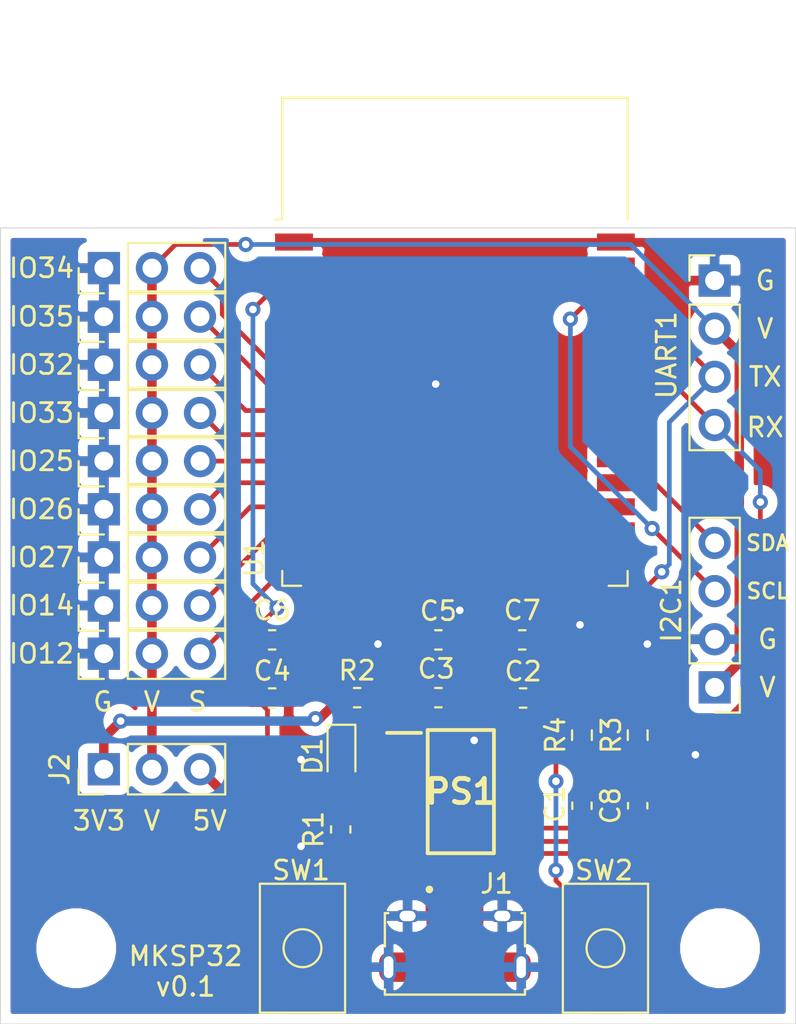
<source format=kicad_pcb>
(kicad_pcb (version 20171130) (host pcbnew "(5.1.5)-3")
  (layers (0 F.Cu signal) (31 B.Cu signal) (34 B.Paste user) (35 F.Paste user) (36 B.SilkS user) (37 F.SilkS user) (38 B.Mask user) (39 F.Mask user) (44 Edge.Cuts user))
  (net 0 "")
  (net 1 5V)
  (net 2 GND)
  (net 3 3V3)
  (net 4 EN)
  (net 5 IO0)
  (net 6 "Net-(D1-Pad2)")
  (net 7 IO12)
  (net 8 IO14)
  (net 9 IO27)
  (net 10 IO26)
  (net 11 IO25)
  (net 12 IO33)
  (net 13 IO32)
  (net 14 IO35)
  (net 15 IO34)
  (net 16 TXD0)
  (net 17 RXD0)
  (net 18 "Net-(J1-Pad3)")
  (net 19 "Net-(J1-Pad2)")
  (net 20 VBUS)
  (net 21 IO21)
  (net 22 IO22)
  (module MountingHole:MountingHole_3.2mm_M3 (layer F.Cu) (at 114 79)
    (fp_text reference REF** hide)
    (fp_text value MountingHole_3.2mm_M3)
    (pad 1 np_thru_hole circle (at 0 0) (size 3.2 3.2) (drill 3.2) (layers *.Cu *.Mask))
  )
  (module MountingHole:MountingHole_3.2mm_M3 (layer F.Cu) (at 80 79)
    (fp_text reference REF** hide)
    (fp_text value MountingHole_3.2mm_M3)
    (pad 1 np_thru_hole circle (at 0 0) (size 3.2 3.2) (drill 3.2) (layers *.Cu *.Mask))
  )
  (module lib:AMPHENOL_10118194-0001LF (layer F.Cu) (at 100 80)
    (fp_text reference J1 (at 2.2 -4.4) (layer F.SilkS) (effects (font (size 1.000953 1.000953))))
    (fp_text value 10118194-0001LF)
    (fp_poly (pts (xy 2.3 0.78) (xy 2.3 -0.775) (xy 3.4975 -0.775) (xy 3.4975 -0.575) (xy 3.485731 -0.574662) (xy 3.472748 -0.57364) (xy 3.459836 -0.571941) (xy 3.447031 -0.569567) (xy 3.434368 -0.566527) (xy 3.421881 -0.562828) (xy 3.409605 -0.558481) (xy 3.397573 -0.553497) (xy 3.385818 -0.547891) (xy 3.374373 -0.541677) (xy 3.363269 -0.534872) (xy 3.352537 -0.527496) (xy 3.342205 -0.519567) (xy 3.332302 -0.51111) (xy 3.322855 -0.502145) (xy 3.31389 -0.492698) (xy 3.305433 -0.482795) (xy 3.297504 -0.472463) (xy 3.290128 -0.461731) (xy 3.283323 -0.450627) (xy 3.277109 -0.439182) (xy 3.271503 -0.427427) (xy 3.266519 -0.415395) (xy 3.262172 -0.403119) (xy 3.258473 -0.390632) (xy 3.255433 -0.377969) (xy 3.253059 -0.365164) (xy 3.25136 -0.352252) (xy 3.250338 -0.339269) (xy 3.25 -0.325) (xy 3.25 -0.315) (xy 3.25 0.315) (xy 3.25 0.325) (xy 3.250343 0.338084) (xy 3.25137 0.351132) (xy 3.253078 0.364109) (xy 3.255463 0.376978) (xy 3.258519 0.389705) (xy 3.262236 0.402254) (xy 3.266605 0.414592) (xy 3.271614 0.426684) (xy 3.277248 0.438498) (xy 3.283494 0.45) (xy 3.290332 0.46116) (xy 3.297746 0.471946) (xy 3.305714 0.48233) (xy 3.314214 0.492283) (xy 3.323223 0.501777) (xy 3.332717 0.510786) (xy 3.34267 0.519286) (xy 3.353054 0.527254) (xy 3.36384 0.534668) (xy 3.375 0.541506) (xy 3.386502 0.547752) (xy 3.398316 0.553386) (xy 3.410408 0.558395) (xy 3.422746 0.562764) (xy 3.435295 0.566481) (xy 3.448022 0.569537) (xy 3.460891 0.571922) (xy 3.473868 0.57363) (xy 3.486916 0.574657) (xy 3.5 0.575) (xy 3.513084 0.574657) (xy 3.526132 0.57363) (xy 3.539109 0.571922) (xy 3.551978 0.569537) (xy 3.564705 0.566481) (xy 3.577254 0.562764) (xy 3.589592 0.558395) (xy 3.601684 0.553386) (xy 3.613498 0.547752) (xy 3.625 0.541506) (xy 3.63616 0.534668) (xy 3.646946 0.527254) (xy 3.65733 0.519286) (xy 3.667283 0.510786) (xy 3.676777 0.501777) (xy 3.685786 0.492283) (xy 3.694286 0.48233) (xy 3.702254 0.471946) (xy 3.709668 0.46116) (xy 3.716506 0.45) (xy 3.722752 0.438498) (xy 3.728386 0.426684) (xy 3.733395 0.414592) (xy 3.737764 0.402254) (xy 3.741481 0.389705) (xy 3.744537 0.376978) (xy 3.746922 0.364109) (xy 3.74863 0.351132) (xy 3.749657 0.338084) (xy 3.75 0.325) (xy 3.75 -0.325) (xy 3.749662 -0.339269) (xy 3.74864 -0.352252) (xy 3.746941 -0.365164) (xy 3.744567 -0.377969) (xy 3.741527 -0.390632) (xy 3.737828 -0.403119) (xy 3.733481 -0.415395) (xy 3.728497 -0.427427) (xy 3.722891 -0.439182) (xy 3.716677 -0.450627) (xy 3.709872 -0.461731) (xy 3.702496 -0.472463) (xy 3.694567 -0.482795) (xy 3.68611 -0.492698) (xy 3.677145 -0.502145) (xy 3.667698 -0.51111) (xy 3.657795 -0.519567) (xy 3.647463 -0.527496) (xy 3.636731 -0.534872) (xy 3.625627 -0.541677) (xy 3.614182 -0.547891) (xy 3.602427 -0.553497) (xy 3.590395 -0.558481) (xy 3.578119 -0.562828) (xy 3.565632 -0.566527) (xy 3.552969 -0.569567) (xy 3.540164 -0.571941) (xy 3.527252 -0.57364) (xy 3.514269 -0.574662) (xy 3.5025 -0.575) (xy 3.5025 -0.775) (xy 3.527353 -0.774318) (xy 3.553384 -0.772269) (xy 3.579272 -0.768861) (xy 3.604946 -0.764103) (xy 3.630336 -0.758007) (xy 3.655373 -0.750591) (xy 3.679987 -0.741875) (xy 3.704111 -0.731882) (xy 3.727678 -0.720641) (xy 3.750626 -0.708182) (xy 3.77289 -0.694538) (xy 3.794409 -0.679748) (xy 3.815125 -0.663853) (xy 3.83498 -0.646895) (xy 3.853921 -0.628921) (xy 3.871895 -0.60998) (xy 3.888853 -0.590125) (xy 3.904748 -0.569409) (xy 3.919538 -0.54789) (xy 3.933182 -0.525626) (xy 3.945641 -0.502678) (xy 3.956882 -0.479111) (xy 3.966875 -0.454987) (xy 3.975591 -0.430373) (xy 3.983007 -0.405336) (xy 3.989103 -0.379946) (xy 3.993861 -0.354272) (xy 3.997269 -0.328384) (xy 3.999318 -0.302353) (xy 4 -0.275) (xy 4 0.275) (xy 3.999315 0.301168) (xy 3.997261 0.327264) (xy 3.993844 0.353217) (xy 3.989074 0.378956) (xy 3.982963 0.40441) (xy 3.975528 0.429508) (xy 3.96679 0.454184) (xy 3.956773 0.478368) (xy 3.945503 0.501995) (xy 3.933013 0.525) (xy 3.919335 0.54732) (xy 3.904508 0.568893) (xy 3.888573 0.58966) (xy 3.871572 0.609565) (xy 3.853553 0.628553) (xy 3.834565 0.646572) (xy 3.81466 0.663573) (xy 3.793893 0.679508) (xy 3.77232 0.694335) (xy 3.75 0.708013) (xy 3.726995 0.720503) (xy 3.703368 0.731773) (xy 3.679184 0.74179) (xy 3.654508 0.750528) (xy 3.62941 0.757963) (xy 3.603956 0.764074) (xy 3.578217 0.768844) (xy 3.552264 0.772261) (xy 3.526168 0.774315) (xy 3.5 0.775) (xy 2.305 0.775) (xy 2.305 0.78) (xy 2.3 0.78)) (layer F.Cu) (width 0.001))
    (fp_poly (pts (xy -2.3 -0.78) (xy -2.3 0.775) (xy -3.4975 0.775) (xy -3.4975 0.575) (xy -3.485731 0.574662) (xy -3.472748 0.57364) (xy -3.459836 0.571941) (xy -3.447031 0.569567) (xy -3.434368 0.566527) (xy -3.421881 0.562828) (xy -3.409605 0.558481) (xy -3.397573 0.553497) (xy -3.385818 0.547891) (xy -3.374373 0.541677) (xy -3.363269 0.534872) (xy -3.352537 0.527496) (xy -3.342205 0.519567) (xy -3.332302 0.51111) (xy -3.322855 0.502145) (xy -3.31389 0.492698) (xy -3.305433 0.482795) (xy -3.297504 0.472463) (xy -3.290128 0.461731) (xy -3.283323 0.450627) (xy -3.277109 0.439182) (xy -3.271503 0.427427) (xy -3.266519 0.415395) (xy -3.262172 0.403119) (xy -3.258473 0.390632) (xy -3.255433 0.377969) (xy -3.253059 0.365164) (xy -3.25136 0.352252) (xy -3.250338 0.339269) (xy -3.25 0.325) (xy -3.25 0.315) (xy -3.25 -0.315) (xy -3.25 -0.325) (xy -3.250343 -0.338084) (xy -3.25137 -0.351132) (xy -3.253078 -0.364109) (xy -3.255463 -0.376978) (xy -3.258519 -0.389705) (xy -3.262236 -0.402254) (xy -3.266605 -0.414592) (xy -3.271614 -0.426684) (xy -3.277248 -0.438498) (xy -3.283494 -0.45) (xy -3.290332 -0.46116) (xy -3.297746 -0.471946) (xy -3.305714 -0.48233) (xy -3.314214 -0.492283) (xy -3.323223 -0.501777) (xy -3.332717 -0.510786) (xy -3.34267 -0.519286) (xy -3.353054 -0.527254) (xy -3.36384 -0.534668) (xy -3.375 -0.541506) (xy -3.386502 -0.547752) (xy -3.398316 -0.553386) (xy -3.410408 -0.558395) (xy -3.422746 -0.562764) (xy -3.435295 -0.566481) (xy -3.448022 -0.569537) (xy -3.460891 -0.571922) (xy -3.473868 -0.57363) (xy -3.486916 -0.574657) (xy -3.5 -0.575) (xy -3.513084 -0.574657) (xy -3.526132 -0.57363) (xy -3.539109 -0.571922) (xy -3.551978 -0.569537) (xy -3.564705 -0.566481) (xy -3.577254 -0.562764) (xy -3.589592 -0.558395) (xy -3.601684 -0.553386) (xy -3.613498 -0.547752) (xy -3.625 -0.541506) (xy -3.63616 -0.534668) (xy -3.646946 -0.527254) (xy -3.65733 -0.519286) (xy -3.667283 -0.510786) (xy -3.676777 -0.501777) (xy -3.685786 -0.492283) (xy -3.694286 -0.48233) (xy -3.702254 -0.471946) (xy -3.709668 -0.46116) (xy -3.716506 -0.45) (xy -3.722752 -0.438498) (xy -3.728386 -0.426684) (xy -3.733395 -0.414592) (xy -3.737764 -0.402254) (xy -3.741481 -0.389705) (xy -3.744537 -0.376978) (xy -3.746922 -0.364109) (xy -3.74863 -0.351132) (xy -3.749657 -0.338084) (xy -3.75 -0.325) (xy -3.75 0.325) (xy -3.749662 0.339269) (xy -3.74864 0.352252) (xy -3.746941 0.365164) (xy -3.744567 0.377969) (xy -3.741527 0.390632) (xy -3.737828 0.403119) (xy -3.733481 0.415395) (xy -3.728497 0.427427) (xy -3.722891 0.439182) (xy -3.716677 0.450627) (xy -3.709872 0.461731) (xy -3.702496 0.472463) (xy -3.694567 0.482795) (xy -3.68611 0.492698) (xy -3.677145 0.502145) (xy -3.667698 0.51111) (xy -3.657795 0.519567) (xy -3.647463 0.527496) (xy -3.636731 0.534872) (xy -3.625627 0.541677) (xy -3.614182 0.547891) (xy -3.602427 0.553497) (xy -3.590395 0.558481) (xy -3.578119 0.562828) (xy -3.565632 0.566527) (xy -3.552969 0.569567) (xy -3.540164 0.571941) (xy -3.527252 0.57364) (xy -3.514269 0.574662) (xy -3.5025 0.575) (xy -3.5025 0.775) (xy -3.527353 0.774318) (xy -3.553384 0.772269) (xy -3.579272 0.768861) (xy -3.604946 0.764103) (xy -3.630336 0.758007) (xy -3.655373 0.750591) (xy -3.679987 0.741875) (xy -3.704111 0.731882) (xy -3.727678 0.720641) (xy -3.750626 0.708182) (xy -3.77289 0.694538) (xy -3.794409 0.679748) (xy -3.815125 0.663853) (xy -3.83498 0.646895) (xy -3.853921 0.628921) (xy -3.871895 0.60998) (xy -3.888853 0.590125) (xy -3.904748 0.569409) (xy -3.919538 0.54789) (xy -3.933182 0.525626) (xy -3.945641 0.502678) (xy -3.956882 0.479111) (xy -3.966875 0.454987) (xy -3.975591 0.430373) (xy -3.983007 0.405336) (xy -3.989103 0.379946) (xy -3.993861 0.354272) (xy -3.997269 0.328384) (xy -3.999318 0.302353) (xy -4 0.275) (xy -4 -0.275) (xy -3.999315 -0.301168) (xy -3.997261 -0.327264) (xy -3.993844 -0.353217) (xy -3.989074 -0.378956) (xy -3.982963 -0.40441) (xy -3.975528 -0.429508) (xy -3.96679 -0.454184) (xy -3.956773 -0.478368) (xy -3.945503 -0.501995) (xy -3.933013 -0.525) (xy -3.919335 -0.54732) (xy -3.904508 -0.568893) (xy -3.888573 -0.58966) (xy -3.871572 -0.609565) (xy -3.853553 -0.628553) (xy -3.834565 -0.646572) (xy -3.81466 -0.663573) (xy -3.793893 -0.679508) (xy -3.77232 -0.694335) (xy -3.75 -0.708013) (xy -3.726995 -0.720503) (xy -3.703368 -0.731773) (xy -3.679184 -0.74179) (xy -3.654508 -0.750528) (xy -3.62941 -0.757963) (xy -3.603956 -0.764074) (xy -3.578217 -0.768844) (xy -3.552264 -0.772261) (xy -3.526168 -0.774315) (xy -3.5 -0.775) (xy -2.305 -0.775) (xy -2.305 -0.78) (xy -2.3 -0.78)) (layer F.Cu) (width 0.001))
    (pad S6 thru_hole oval (at 3.5 0) (size 0.775 1.55) (drill oval 0.5 1.15) (layers *.Cu *.Mask) (net 2 GND))
    (pad S5 smd rect (at 1 0) (size 1.5 1.55) (layers F.Cu F.Paste F.Mask) (net 2 GND))
    (pad S4 smd rect (at -1 0) (size 1.5 1.55) (layers F.Cu F.Paste F.Mask) (net 2 GND))
    (pad S3 thru_hole oval (at -3.5 0) (size 0.775 1.55) (drill oval 0.5 1.15) (layers *.Cu *.Mask) (net 2 GND))
    (pad S2 thru_hole oval (at 2.5 -2.7) (size 1.3 0.65) (drill oval 0.85 0.55) (layers *.Cu *.Mask) (net 2 GND))
    (pad S1 thru_hole oval (at -2.5 -2.7) (size 1.3 0.65) (drill oval 0.85 0.55) (layers *.Cu *.Mask) (net 2 GND))
    (pad 5 smd rect (at 1.3 -2.7) (size 0.4 1.35) (layers F.Cu F.Paste F.Mask) (net 2 GND))
    (pad 4 smd rect (at 0.65 -2.7) (size 0.4 1.35) (layers F.Cu F.Paste F.Mask))
    (pad 3 smd rect (at 0 -2.7) (size 0.4 1.35) (layers F.Cu F.Paste F.Mask) (net 18 "Net-(J1-Pad3)"))
    (pad 2 smd rect (at -0.65 -2.7) (size 0.4 1.35) (layers F.Cu F.Paste F.Mask) (net 19 "Net-(J1-Pad2)"))
    (pad 1 smd rect (at -1.3 -2.7) (size 0.4 1.35) (layers F.Cu F.Paste F.Mask) (net 1 5V))
  )
  (module Connector_PinHeader_2.54mm:PinHeader_1x04_P2.54mm_Vertical (layer F.Cu) (at 113.716 65.24 180)
    (fp_text reference I2C1 (at 2.286 4.064 90) (layer F.SilkS))
    (fp_text value Conn_01x04_Male)
    (pad 4 thru_hole oval (at 0 7.62 180) (size 1.7 1.7) (drill 1) (layers *.Cu *.Mask) (net 21 IO21))
    (pad 3 thru_hole oval (at 0 5.08 180) (size 1.7 1.7) (drill 1) (layers *.Cu *.Mask) (net 22 IO22))
    (pad 2 thru_hole oval (at 0 2.54 180) (size 1.7 1.7) (drill 1) (layers *.Cu *.Mask) (net 2 GND))
    (pad 1 thru_hole rect (at 0 0 180) (size 1.7 1.7) (drill 1) (layers *.Cu *.Mask) (net 20 VBUS))
  )
  (module ZLDO1117QG33TA:SOT230P700X180-4N (layer F.Cu) (at 100.31 70.739)
    (fp_text reference PS1 (at 0 0) (layer F.SilkS) (effects (font (size 1.27 1.27) (thickness 0.254))))
    (fp_text value ZLDO1117QG33TA hide)
    (pad 4 smd rect (at 3 0) (size 1.8 3.2) (layers F.Cu F.Paste F.Mask) (net 3 3V3))
    (pad 3 smd rect (at -3 2.3 90) (size 0.9 1.8) (layers F.Cu F.Paste F.Mask) (net 1 5V))
    (pad 2 smd rect (at -3 0 90) (size 0.9 1.8) (layers F.Cu F.Paste F.Mask) (net 3 3V3))
    (pad 1 smd rect (at -3 -2.3 90) (size 0.9 1.8) (layers F.Cu F.Paste F.Mask) (net 2 GND))
  )
  (module Connector_PinHeader_2.54mm:PinHeader_1x04_P2.54mm_Vertical (layer F.Cu) (at 113.716 43.777)
    (fp_text reference UART1 (at -2.54 3.937 90) (layer F.SilkS))
    (fp_text value Conn_01x04_Male)
    (pad 4 thru_hole oval (at 0 7.62) (size 1.7 1.7) (drill 1) (layers *.Cu *.Mask) (net 17 RXD0))
    (pad 3 thru_hole oval (at 0 5.08) (size 1.7 1.7) (drill 1) (layers *.Cu *.Mask) (net 16 TXD0))
    (pad 2 thru_hole oval (at 0 2.54) (size 1.7 1.7) (drill 1) (layers *.Cu *.Mask) (net 20 VBUS))
    (pad 1 thru_hole rect (at 0 0) (size 1.7 1.7) (drill 1) (layers *.Cu *.Mask) (net 2 GND))
  )
  (module Connector_PinHeader_2.54mm:PinHeader_1x03_P2.54mm_Vertical (layer F.Cu) (at 81.458 45.682 90)
    (fp_text reference IO35 (at 0 -3.292 180) (layer F.SilkS))
    (fp_text value Conn_01x03_Male)
    (pad 3 thru_hole oval (at 0 5.08 90) (size 1.7 1.7) (drill 1) (layers *.Cu *.Mask) (net 14 IO35))
    (pad 2 thru_hole oval (at 0 2.54 90) (size 1.7 1.7) (drill 1) (layers *.Cu *.Mask) (net 20 VBUS))
    (pad 1 thru_hole rect (at 0 0 90) (size 1.7 1.7) (drill 1) (layers *.Cu *.Mask) (net 2 GND))
  )
  (module Connector_PinHeader_2.54mm:PinHeader_1x03_P2.54mm_Vertical (layer F.Cu) (at 81.46 43.120001 90)
    (fp_text reference IO34 (at 0 -3.292 180) (layer F.SilkS))
    (fp_text value Conn_01x03_Male)
    (pad 3 thru_hole oval (at 0 5.08 90) (size 1.7 1.7) (drill 1) (layers *.Cu *.Mask) (net 15 IO34))
    (pad 2 thru_hole oval (at 0 2.54 90) (size 1.7 1.7) (drill 1) (layers *.Cu *.Mask) (net 20 VBUS))
    (pad 1 thru_hole rect (at 0 0 90) (size 1.7 1.7) (drill 1) (layers *.Cu *.Mask) (net 2 GND))
  )
  (module Connector_PinHeader_2.54mm:PinHeader_1x03_P2.54mm_Vertical (layer F.Cu) (at 81.458 50.762 90)
    (fp_text reference IO33 (at 0 -3.292 180) (layer F.SilkS))
    (fp_text value Conn_01x03_Male)
    (pad 3 thru_hole oval (at 0 5.08 90) (size 1.7 1.7) (drill 1) (layers *.Cu *.Mask) (net 12 IO33))
    (pad 2 thru_hole oval (at 0 2.54 90) (size 1.7 1.7) (drill 1) (layers *.Cu *.Mask) (net 20 VBUS))
    (pad 1 thru_hole rect (at 0 0 90) (size 1.7 1.7) (drill 1) (layers *.Cu *.Mask) (net 2 GND))
  )
  (module Connector_PinHeader_2.54mm:PinHeader_1x03_P2.54mm_Vertical (layer F.Cu) (at 81.46 48.222 90)
    (fp_text reference IO32 (at 0 -3.292 180) (layer F.SilkS))
    (fp_text value Conn_01x03_Male)
    (pad 3 thru_hole oval (at 0 5.08 90) (size 1.7 1.7) (drill 1) (layers *.Cu *.Mask) (net 13 IO32))
    (pad 2 thru_hole oval (at 0 2.54 90) (size 1.7 1.7) (drill 1) (layers *.Cu *.Mask) (net 20 VBUS))
    (pad 1 thru_hole rect (at 0 0 90) (size 1.7 1.7) (drill 1) (layers *.Cu *.Mask) (net 2 GND))
  )
  (module Connector_PinHeader_2.54mm:PinHeader_1x03_P2.54mm_Vertical (layer F.Cu) (at 81.458 58.382 90)
    (fp_text reference IO27 (at 0 -3.292 180) (layer F.SilkS))
    (fp_text value Conn_01x03_Male)
    (pad 3 thru_hole oval (at 0 5.08 90) (size 1.7 1.7) (drill 1) (layers *.Cu *.Mask) (net 9 IO27))
    (pad 2 thru_hole oval (at 0 2.54 90) (size 1.7 1.7) (drill 1) (layers *.Cu *.Mask) (net 20 VBUS))
    (pad 1 thru_hole rect (at 0 0 90) (size 1.7 1.7) (drill 1) (layers *.Cu *.Mask) (net 2 GND))
  )
  (module Connector_PinHeader_2.54mm:PinHeader_1x03_P2.54mm_Vertical (layer F.Cu) (at 81.458 55.842 90)
    (fp_text reference IO26 (at 0 -3.292 180) (layer F.SilkS))
    (fp_text value Conn_01x03_Male)
    (pad 3 thru_hole oval (at 0 5.08 90) (size 1.7 1.7) (drill 1) (layers *.Cu *.Mask) (net 10 IO26))
    (pad 2 thru_hole oval (at 0 2.54 90) (size 1.7 1.7) (drill 1) (layers *.Cu *.Mask) (net 20 VBUS))
    (pad 1 thru_hole rect (at 0 0 90) (size 1.7 1.7) (drill 1) (layers *.Cu *.Mask) (net 2 GND))
  )
  (module Connector_PinHeader_2.54mm:PinHeader_1x03_P2.54mm_Vertical (layer F.Cu) (at 81.46 53.302 90)
    (fp_text reference IO25 (at 0 -3.292 180) (layer F.SilkS))
    (fp_text value Conn_01x03_Male)
    (pad 3 thru_hole oval (at 0 5.08 90) (size 1.7 1.7) (drill 1) (layers *.Cu *.Mask) (net 11 IO25))
    (pad 2 thru_hole oval (at 0 2.54 90) (size 1.7 1.7) (drill 1) (layers *.Cu *.Mask) (net 20 VBUS))
    (pad 1 thru_hole rect (at 0 0 90) (size 1.7 1.7) (drill 1) (layers *.Cu *.Mask) (net 2 GND))
  )
  (module Connector_PinHeader_2.54mm:PinHeader_1x03_P2.54mm_Vertical (layer F.Cu) (at 81.458 60.922 90)
    (fp_text reference IO14 (at 0 -3.292 180) (layer F.SilkS))
    (fp_text value Conn_01x03_Male)
    (pad 3 thru_hole oval (at 0 5.08 90) (size 1.7 1.7) (drill 1) (layers *.Cu *.Mask) (net 8 IO14))
    (pad 2 thru_hole oval (at 0 2.54 90) (size 1.7 1.7) (drill 1) (layers *.Cu *.Mask) (net 20 VBUS))
    (pad 1 thru_hole rect (at 0 0 90) (size 1.7 1.7) (drill 1) (layers *.Cu *.Mask) (net 2 GND))
  )
  (module Connector_PinHeader_2.54mm:PinHeader_1x03_P2.54mm_Vertical (layer F.Cu) (at 81.458 63.462 90)
    (fp_text reference IO12 (at 0 -3.292 180) (layer F.SilkS))
    (fp_text value Conn_01x03_Male)
    (pad 3 thru_hole oval (at 0 5.08 90) (size 1.7 1.7) (drill 1) (layers *.Cu *.Mask) (net 7 IO12))
    (pad 2 thru_hole oval (at 0 2.54 90) (size 1.7 1.7) (drill 1) (layers *.Cu *.Mask) (net 20 VBUS))
    (pad 1 thru_hole rect (at 0 0 90) (size 1.7 1.7) (drill 1) (layers *.Cu *.Mask) (net 2 GND))
  )
  (module RF_Module:ESP32-WROOM-32 (layer F.Cu) (at 100 50)
    (fp_text reference U1 (at -10.61 8.43 90) (layer F.SilkS))
    (fp_text value ESP32-WROOM-32)
    (pad 39 smd rect (at -1 -0.755) (size 5 5) (layers F.Cu F.Paste F.Mask) (net 2 GND))
    (pad 1 smd rect (at -8.5 -8.255) (size 2 0.9) (layers F.Cu F.Paste F.Mask) (net 2 GND))
    (pad 2 smd rect (at -8.5 -6.985) (size 2 0.9) (layers F.Cu F.Paste F.Mask) (net 3 3V3))
    (pad 3 smd rect (at -8.5 -5.715) (size 2 0.9) (layers F.Cu F.Paste F.Mask) (net 4 EN))
    (pad 4 smd rect (at -8.5 -4.445) (size 2 0.9) (layers F.Cu F.Paste F.Mask))
    (pad 5 smd rect (at -8.5 -3.175) (size 2 0.9) (layers F.Cu F.Paste F.Mask))
    (pad 6 smd rect (at -8.5 -1.905) (size 2 0.9) (layers F.Cu F.Paste F.Mask) (net 15 IO34))
    (pad 7 smd rect (at -8.5 -0.635) (size 2 0.9) (layers F.Cu F.Paste F.Mask) (net 14 IO35))
    (pad 8 smd rect (at -8.5 0.635) (size 2 0.9) (layers F.Cu F.Paste F.Mask) (net 13 IO32))
    (pad 9 smd rect (at -8.5 1.905) (size 2 0.9) (layers F.Cu F.Paste F.Mask) (net 12 IO33))
    (pad 10 smd rect (at -8.5 3.175) (size 2 0.9) (layers F.Cu F.Paste F.Mask) (net 11 IO25))
    (pad 11 smd rect (at -8.5 4.445) (size 2 0.9) (layers F.Cu F.Paste F.Mask) (net 10 IO26))
    (pad 12 smd rect (at -8.5 5.715) (size 2 0.9) (layers F.Cu F.Paste F.Mask) (net 9 IO27))
    (pad 13 smd rect (at -8.5 6.985) (size 2 0.9) (layers F.Cu F.Paste F.Mask) (net 8 IO14))
    (pad 14 smd rect (at -8.5 8.255) (size 2 0.9) (layers F.Cu F.Paste F.Mask) (net 7 IO12))
    (pad 15 smd rect (at -5.715 9.255 90) (size 2 0.9) (layers F.Cu F.Paste F.Mask) (net 2 GND))
    (pad 16 smd rect (at -4.445 9.255 90) (size 2 0.9) (layers F.Cu F.Paste F.Mask))
    (pad 17 smd rect (at -3.175 9.255 90) (size 2 0.9) (layers F.Cu F.Paste F.Mask))
    (pad 18 smd rect (at -1.905 9.255 90) (size 2 0.9) (layers F.Cu F.Paste F.Mask))
    (pad 19 smd rect (at -0.635 9.255 90) (size 2 0.9) (layers F.Cu F.Paste F.Mask))
    (pad 20 smd rect (at 0.635 9.255 90) (size 2 0.9) (layers F.Cu F.Paste F.Mask))
    (pad 21 smd rect (at 1.905 9.255 90) (size 2 0.9) (layers F.Cu F.Paste F.Mask))
    (pad 22 smd rect (at 3.175 9.255 90) (size 2 0.9) (layers F.Cu F.Paste F.Mask))
    (pad 23 smd rect (at 4.445 9.255 90) (size 2 0.9) (layers F.Cu F.Paste F.Mask))
    (pad 24 smd rect (at 5.715 9.255 90) (size 2 0.9) (layers F.Cu F.Paste F.Mask))
    (pad 25 smd rect (at 8.5 8.255) (size 2 0.9) (layers F.Cu F.Paste F.Mask) (net 5 IO0))
    (pad 26 smd rect (at 8.5 6.985) (size 2 0.9) (layers F.Cu F.Paste F.Mask))
    (pad 27 smd rect (at 8.5 5.715) (size 2 0.9) (layers F.Cu F.Paste F.Mask))
    (pad 28 smd rect (at 8.5 4.445) (size 2 0.9) (layers F.Cu F.Paste F.Mask))
    (pad 29 smd rect (at 8.5 3.175) (size 2 0.9) (layers F.Cu F.Paste F.Mask))
    (pad 30 smd rect (at 8.5 1.905) (size 2 0.9) (layers F.Cu F.Paste F.Mask))
    (pad 31 smd rect (at 8.5 0.635) (size 2 0.9) (layers F.Cu F.Paste F.Mask))
    (pad 32 smd rect (at 8.5 -0.635) (size 2 0.9) (layers F.Cu F.Paste F.Mask))
    (pad 33 smd rect (at 8.5 -1.905) (size 2 0.9) (layers F.Cu F.Paste F.Mask) (net 21 IO21))
    (pad 34 smd rect (at 8.5 -3.175) (size 2 0.9) (layers F.Cu F.Paste F.Mask) (net 17 RXD0))
    (pad 35 smd rect (at 8.5 -4.445) (size 2 0.9) (layers F.Cu F.Paste F.Mask) (net 16 TXD0))
    (pad 36 smd rect (at 8.5 -5.715) (size 2 0.9) (layers F.Cu F.Paste F.Mask) (net 22 IO22))
    (pad 37 smd rect (at 8.5 -6.985) (size 2 0.9) (layers F.Cu F.Paste F.Mask))
    (pad 38 smd rect (at 8.5 -8.255) (size 2 0.9) (layers F.Cu F.Paste F.Mask) (net 2 GND))
  )
  (module Connector_PinHeader_2.54mm:PinHeader_1x03_P2.54mm_Vertical (layer F.Cu) (at 81.458 69.558 90)
    (fp_text reference J2 (at 0 -2.33 90) (layer F.SilkS))
    (fp_text value Conn_01x03_Male)
    (pad 3 thru_hole oval (at 0 5.08 90) (size 1.7 1.7) (drill 1) (layers *.Cu *.Mask) (net 1 5V))
    (pad 2 thru_hole oval (at 0 2.54 90) (size 1.7 1.7) (drill 1) (layers *.Cu *.Mask) (net 20 VBUS))
    (pad 1 thru_hole rect (at 0 0 90) (size 1.7 1.7) (drill 1) (layers *.Cu *.Mask) (net 3 3V3))
  )
  (module Resistor_SMD:R_0603_1608Metric_Pad0.98x0.95mm_HandSolder (layer F.Cu) (at 106.708 67.761 90)
    (fp_text reference R4 (at 0 -1.4 90) (layer F.SilkS))
    (fp_text value 1k)
    (pad 2 smd roundrect (at 0.9125 0 90) (size 0.975 0.95) (layers F.Cu F.Paste F.Mask) (net 16 TXD0))
    (pad 1 smd roundrect (at -0.9125 0 90) (size 0.975 0.95) (layers F.Cu F.Paste F.Mask) (net 19 "Net-(J1-Pad2)"))
  )
  (module Resistor_SMD:R_0603_1608Metric_Pad0.98x0.95mm_HandSolder (layer F.Cu) (at 109.652 67.761 270)
    (fp_text reference R3 (at 0 1.4 90) (layer F.SilkS))
    (fp_text value 1k)
    (pad 2 smd roundrect (at 0.9125 0 270) (size 0.975 0.95) (layers F.Cu F.Paste F.Mask) (net 18 "Net-(J1-Pad3)"))
    (pad 1 smd roundrect (at -0.9125 0 270) (size 0.975 0.95) (layers F.Cu F.Paste F.Mask) (net 17 RXD0))
  )
  (module Capacitor_SMD:C_0603_1608Metric_Pad1.08x0.95mm_HandSolder (layer F.Cu) (at 109.652 71.483 90)
    (fp_text reference C8 (at 0 -1.43 90) (layer F.SilkS))
    (fp_text value 0.1uF)
    (pad 2 smd roundrect (at 0.8625 0 90) (size 1.075 0.95) (layers F.Cu F.Paste F.Mask) (net 2 GND))
    (pad 1 smd roundrect (at -0.8625 0 90) (size 1.075 0.95) (layers F.Cu F.Paste F.Mask) (net 1 5V))
  )
  (module Capacitor_SMD:C_0603_1608Metric_Pad1.05x0.95mm_HandSolder (layer F.Cu) (at 106.708 71.483 90)
    (fp_text reference C1 (at 0.083 -1.43 90) (layer F.SilkS))
    (fp_text value 22uF/10V)
    (pad 1 smd roundrect (at -0.875 0 90) (size 1.05 0.95) (layers F.Cu F.Paste F.Mask) (net 1 5V))
    (pad 2 smd roundrect (at 0.875 0 90) (size 1.05 0.95) (layers F.Cu F.Paste F.Mask) (net 2 GND))
  )
  (module Capacitor_SMD:C_0603_1608Metric_Pad1.05x0.95mm_HandSolder (layer F.Cu) (at 103.6 65.8 180)
    (fp_text reference C2 (at 0 1.4) (layer F.SilkS))
    (fp_text value 22uF/10V)
    (pad 2 smd roundrect (at 0.875 0 180) (size 1.05 0.95) (layers F.Cu F.Paste F.Mask) (net 2 GND))
    (pad 1 smd roundrect (at -0.875 0 180) (size 1.05 0.95) (layers F.Cu F.Paste F.Mask) (net 3 3V3))
  )
  (module Capacitor_SMD:C_0603_1608Metric_Pad1.05x0.95mm_HandSolder (layer F.Cu) (at 99.125 65.782 180)
    (fp_text reference C3 (at 0.113 1.524) (layer F.SilkS))
    (fp_text value 22uF/10V)
    (pad 1 smd roundrect (at -0.875 0 180) (size 1.05 0.95) (layers F.Cu F.Paste F.Mask) (net 3 3V3))
    (pad 2 smd roundrect (at 0.875 0 180) (size 1.05 0.95) (layers F.Cu F.Paste F.Mask) (net 2 GND))
  )
  (module Capacitor_SMD:C_0603_1608Metric_Pad1.05x0.95mm_HandSolder (layer F.Cu) (at 90.348 65.8)
    (fp_text reference C4 (at 0 -1.43) (layer F.SilkS))
    (fp_text value 0.1uF/50V)
    (pad 1 smd roundrect (at -0.875 0) (size 1.05 0.95) (layers F.Cu F.Paste F.Mask) (net 4 EN))
    (pad 2 smd roundrect (at 0.875 0) (size 1.05 0.95) (layers F.Cu F.Paste F.Mask) (net 2 GND))
  )
  (module Capacitor_SMD:C_0603_1608Metric_Pad1.05x0.95mm_HandSolder (layer F.Cu) (at 99.125 62.734 180)
    (fp_text reference C5 (at 0 1.524) (layer F.SilkS))
    (fp_text value 0.1uF/50V)
    (pad 2 smd roundrect (at 0.875 0 180) (size 1.05 0.95) (layers F.Cu F.Paste F.Mask) (net 2 GND))
    (pad 1 smd roundrect (at -0.875 0 180) (size 1.05 0.95) (layers F.Cu F.Paste F.Mask) (net 3 3V3))
  )
  (module Capacitor_SMD:C_0603_1608Metric_Pad1.05x0.95mm_HandSolder (layer F.Cu) (at 90.348 62.734)
    (fp_text reference C6 (at 0 -1.558) (layer F.SilkS))
    (fp_text value 0.1uF/50V)
    (pad 2 smd roundrect (at 0.875 0) (size 1.05 0.95) (layers F.Cu F.Paste F.Mask) (net 2 GND))
    (pad 1 smd roundrect (at -0.875 0) (size 1.05 0.95) (layers F.Cu F.Paste F.Mask) (net 4 EN))
  )
  (module Capacitor_SMD:C_0603_1608Metric_Pad1.05x0.95mm_HandSolder (layer F.Cu) (at 103.556 62.734 180)
    (fp_text reference C7 (at 0 1.558) (layer F.SilkS))
    (fp_text value 0.1uF/50V)
    (pad 1 smd roundrect (at -0.875 0 180) (size 1.05 0.95) (layers F.Cu F.Paste F.Mask) (net 5 IO0))
    (pad 2 smd roundrect (at 0.875 0 180) (size 1.05 0.95) (layers F.Cu F.Paste F.Mask) (net 2 GND))
  )
  (module LED_SMD:LED_0603_1608Metric_Pad1.05x0.95mm_HandSolder (layer F.Cu) (at 94.008 68.8715 270)
    (fp_text reference D1 (at 0 1.524 90) (layer F.SilkS))
    (fp_text value LED)
    (pad 1 smd roundrect (at -0.875 0 270) (size 1.05 0.95) (layers F.Cu F.Paste F.Mask) (net 2 GND))
    (pad 2 smd roundrect (at 0.875 0 270) (size 1.05 0.95) (layers F.Cu F.Paste F.Mask) (net 6 "Net-(D1-Pad2)"))
  )
  (module Resistor_SMD:R_0603_1608Metric_Pad1.05x0.95mm_HandSolder (layer F.Cu) (at 93.968 72.73625 90)
    (fp_text reference R1 (at 0 -1.43 90) (layer F.SilkS))
    (fp_text value 2K)
    (pad 1 smd roundrect (at -0.875 0 90) (size 1.05 0.95) (layers F.Cu F.Paste F.Mask) (net 1 5V))
    (pad 2 smd roundrect (at 0.875 0 90) (size 1.05 0.95) (layers F.Cu F.Paste F.Mask) (net 6 "Net-(D1-Pad2)"))
  )
  (module Resistor_SMD:R_0603_1608Metric_Pad1.05x0.95mm_HandSolder (layer F.Cu) (at 94.835 65.782)
    (fp_text reference R2 (at 0 -1.43) (layer F.SilkS))
    (fp_text value 10K)
    (pad 2 smd roundrect (at 0.875 0) (size 1.05 0.95) (layers F.Cu F.Paste F.Mask) (net 4 EN))
    (pad 1 smd roundrect (at -0.875 0) (size 1.05 0.95) (layers F.Cu F.Paste F.Mask) (net 3 3V3))
  )
  (module lib:NW3-A06-C1 (layer F.Cu) (at 92 79 90)
    (fp_text reference SW1 (at 4.108 -0.128 180) (layer F.SilkS))
    (fp_text value SW_DPST)
    (pad 1 smd rect (at -2.8 -1.9 90) (size 1 0.6) (layers F.Cu F.Paste F.Mask) (net 2 GND))
    (pad 3 smd rect (at -2.8 1.8 90) (size 1 0.6) (layers F.Cu F.Paste F.Mask) (net 2 GND))
    (pad 2 smd rect (at 2.8 -1.9 90) (size 1 0.6) (layers F.Cu F.Paste F.Mask) (net 4 EN))
    (pad 4 smd rect (at 2.8 1.8 90) (size 1 0.6) (layers F.Cu F.Paste F.Mask) (net 4 EN))
  )
  (module lib:NW3-A06-C1 (layer F.Cu) (at 108 79 90)
    (fp_text reference SW2 (at 4.108 -0.126 180) (layer F.SilkS))
    (fp_text value SW_DPST)
    (pad 4 smd rect (at 2.8 1.8 90) (size 1 0.6) (layers F.Cu F.Paste F.Mask) (net 5 IO0))
    (pad 2 smd rect (at 2.8 -1.9 90) (size 1 0.6) (layers F.Cu F.Paste F.Mask) (net 5 IO0))
    (pad 3 smd rect (at -2.8 1.8 90) (size 1 0.6) (layers F.Cu F.Paste F.Mask) (net 2 GND))
    (pad 1 smd rect (at -2.8 -1.9 90) (size 1 0.6) (layers F.Cu F.Paste F.Mask) (net 2 GND))
  )
  (gr_text V (at 83.998 72.275) (layer F.SilkS) (effects (font (size 1 1))))
  (gr_text SDA (at 116.51 57.62) (layer F.SilkS) (effects (font (size 0.8 0.8))))
  (gr_text SCL (at 116.51 60.16) (layer F.SilkS) (effects (font (size 0.8 0.8))))
  (gr_text G (at 116.51 62.7) (layer F.SilkS) (effects (font (size 1 1))))
  (gr_text V (at 116.51 65.24) (layer F.SilkS) (effects (font (size 1 1))))
  (gr_line (start 118 83) (end 118 41) (layer Edge.Cuts) (width 0.05))
  (gr_line (start 76 83) (end 118 83) (layer Edge.Cuts) (width 0.05))
  (gr_line (start 76 41) (end 76 83) (layer Edge.Cuts) (width 0.05))
  (gr_line (start 118 41) (end 76 41) (layer Edge.Cuts) (width 0.05))
  (gr_text "MKSP32\nv0.1" (at 85.776 80.226) (layer F.SilkS) (effects (font (size 1 1))))
  (gr_text S (at 86.4 66) (layer F.SilkS) (effects (font (size 1 1))))
  (gr_text V (at 84 66) (layer F.SilkS) (effects (font (size 1 1))))
  (gr_text G (at 81.4 66) (layer F.SilkS) (effects (font (size 1 1))))
  (gr_text TX (at 116.383 48.857) (layer F.SilkS) (effects (font (size 1 1))))
  (gr_text RX (at 116.383 51.524) (layer F.SilkS) (effects (font (size 1 1))))
  (gr_text V (at 116.383 46.317) (layer F.SilkS) (effects (font (size 1 1))))
  (gr_text G (at 116.383 43.777) (layer F.SilkS) (effects (font (size 1 1))))
  (gr_text 5V (at 87.046 72.275) (layer F.SilkS) (effects (font (size 1 1))))
  (gr_text 3V3 (at 81.204 72.275) (layer F.SilkS) (effects (font (size 1 1))))
  (segment (start 98.7 76.375) (end 98.7 77.3) (width 0.25) (layer F.Cu) (net 1))
  (segment (start 102.410999 72.664001) (end 98.7 76.375) (width 0.25) (layer F.Cu) (net 1))
  (segment (start 106.401999 72.664001) (end 102.410999 72.664001) (width 0.25) (layer F.Cu) (net 1))
  (segment (start 106.708 72.358) (end 106.401999 72.664001) (width 0.25) (layer F.Cu) (net 1))
  (segment (start 98.7 74.429) (end 97.31 73.039) (width 0.5) (layer F.Cu) (net 1))
  (segment (start 94.54025 73.039) (end 93.968 73.61125) (width 0.5) (layer F.Cu) (net 1))
  (segment (start 97.31 73.039) (end 94.54025 73.039) (width 0.5) (layer F.Cu) (net 1))
  (segment (start 89.349999 72.369999) (end 86.538 69.558) (width 0.5) (layer F.Cu) (net 1))
  (segment (start 89.349999 77.060001) (end 89.349999 72.369999) (width 0.5) (layer F.Cu) (net 1))
  (segment (start 89.439999 77.150001) (end 89.349999 77.060001) (width 0.5) (layer F.Cu) (net 1))
  (segment (start 94.460001 77.150001) (end 89.439999 77.150001) (width 0.5) (layer F.Cu) (net 1))
  (segment (start 94.550001 77.060001) (end 94.460001 77.150001) (width 0.5) (layer F.Cu) (net 1))
  (segment (start 94.550001 74.193251) (end 94.550001 77.060001) (width 0.5) (layer F.Cu) (net 1))
  (segment (start 93.968 73.61125) (end 94.550001 74.193251) (width 0.5) (layer F.Cu) (net 1))
  (segment (start 98.7 77.3) (end 98.7 74.429) (width 0.5) (layer F.Cu) (net 1))
  (segment (start 110.425001 73.118501) (end 109.652 72.3455) (width 0.25) (layer F.Cu) (net 1))
  (segment (start 98.7 77.3) (end 98.7 78.225) (width 0.25) (layer F.Cu) (net 1))
  (segment (start 98.7 78.225) (end 98.775001 78.300001) (width 0.25) (layer F.Cu) (net 1))
  (segment (start 110.425001 76.960001) (end 110.425001 73.118501) (width 0.25) (layer F.Cu) (net 1))
  (segment (start 109.085001 78.300001) (end 110.425001 76.960001) (width 0.25) (layer F.Cu) (net 1))
  (segment (start 98.775001 78.300001) (end 109.085001 78.300001) (width 0.25) (layer F.Cu) (net 1))
  (via (at 98.984 49.238) (size 0.8) (drill 0.4) (layers F.Cu B.Cu) (net 2))
  (segment (start 81.46 63.46) (end 81.458 63.462) (width 0.5) (layer F.Cu) (net 2))
  (segment (start 81.46 43.120001) (end 81.46 63.46) (width 0.5) (layer F.Cu) (net 2))
  (via (at 91.872 69.05) (size 0.8) (drill 0.4) (layers F.Cu B.Cu) (net 2))
  (via (at 91.872 73.622) (size 0.8) (drill 0.4) (layers F.Cu B.Cu) (net 2))
  (via (at 101.016 68.034) (size 0.8) (drill 0.4) (layers F.Cu B.Cu) (net 2))
  (via (at 95.936 62.954) (size 0.8) (drill 0.4) (layers F.Cu B.Cu) (net 2))
  (via (at 100.254 61.176) (size 0.8) (drill 0.4) (layers F.Cu B.Cu) (net 2))
  (via (at 110.16 62.954) (size 0.8) (drill 0.4) (layers F.Cu B.Cu) (net 2))
  (via (at 112.7 68.796) (size 0.8) (drill 0.4) (layers F.Cu B.Cu) (net 2))
  (segment (start 106.708 70.083) (end 105.842 69.217) (width 0.25) (layer F.Cu) (net 2))
  (segment (start 106.708 70.608) (end 106.708 70.083) (width 0.25) (layer F.Cu) (net 2))
  (via (at 106.604 61.938) (size 0.8) (drill 0.4) (layers F.Cu B.Cu) (net 2))
  (segment (start 105.842 62.7) (end 106.604 61.938) (width 0.25) (layer F.Cu) (net 2))
  (segment (start 105.842 69.217) (end 105.842 62.7) (width 0.25) (layer F.Cu) (net 2))
  (segment (start 102.5 77.3) (end 101.3 77.3) (width 0.5) (layer F.Cu) (net 2))
  (segment (start 100 65.782) (end 100 62.734) (width 0.25) (layer F.Cu) (net 3))
  (segment (start 103.67499 64.99999) (end 104.475 65.8) (width 0.25) (layer F.Cu) (net 3))
  (segment (start 100.78201 64.99999) (end 103.67499 64.99999) (width 0.25) (layer F.Cu) (net 3))
  (segment (start 100 65.782) (end 100.78201 64.99999) (width 0.25) (layer F.Cu) (net 3))
  (via (at 82.347 67.018) (size 0.8) (drill 0.4) (layers F.Cu B.Cu) (net 3))
  (segment (start 81.458 67.907) (end 82.347 67.018) (width 0.5) (layer F.Cu) (net 3))
  (segment (start 81.458 69.558) (end 81.458 67.907) (width 0.5) (layer F.Cu) (net 3))
  (via (at 92.634 66.891) (size 0.8) (drill 0.4) (layers F.Cu B.Cu) (net 3))
  (segment (start 92.507 67.018) (end 92.634 66.891) (width 0.5) (layer B.Cu) (net 3))
  (segment (start 82.347 67.018) (end 92.507 67.018) (width 0.5) (layer B.Cu) (net 3))
  (segment (start 92.851 66.891) (end 93.96 65.782) (width 0.5) (layer F.Cu) (net 3))
  (segment (start 92.634 66.891) (end 92.851 66.891) (width 0.5) (layer F.Cu) (net 3))
  (segment (start 92.490002 43.015) (end 93.142 43.666998) (width 0.5) (layer F.Cu) (net 3))
  (segment (start 91.5 43.015) (end 92.490002 43.015) (width 0.5) (layer F.Cu) (net 3))
  (segment (start 93.142 60.372002) (end 94.072998 61.303) (width 0.5) (layer F.Cu) (net 3))
  (segment (start 93.142 43.666998) (end 93.142 60.372002) (width 0.5) (layer F.Cu) (net 3))
  (segment (start 98.569 61.303) (end 100 62.734) (width 0.5) (layer F.Cu) (net 3))
  (segment (start 94.072998 61.303) (end 98.569 61.303) (width 0.5) (layer F.Cu) (net 3))
  (segment (start 97.31 70.739) (end 103.31 70.739) (width 0.5) (layer F.Cu) (net 3))
  (segment (start 103.31 70.739) (end 103.31 70.312) (width 0.5) (layer F.Cu) (net 3))
  (segment (start 104.475 69.147) (end 104.475 65.8) (width 0.5) (layer F.Cu) (net 3))
  (segment (start 103.31 70.312) (end 104.475 69.147) (width 0.5) (layer F.Cu) (net 3))
  (segment (start 94.88501 66.70701) (end 99.07499 66.70701) (width 0.5) (layer F.Cu) (net 3))
  (segment (start 99.07499 66.70701) (end 100 65.782) (width 0.5) (layer F.Cu) (net 3))
  (segment (start 93.96 65.782) (end 94.88501 66.70701) (width 0.5) (layer F.Cu) (net 3))
  (segment (start 93.8 76.2) (end 90.1 76.2) (width 0.25) (layer F.Cu) (net 4))
  (segment (start 90.1 66.427) (end 89.473 65.8) (width 0.25) (layer F.Cu) (net 4))
  (segment (start 90.1 76.2) (end 90.1 66.427) (width 0.25) (layer F.Cu) (net 4))
  (segment (start 89.473 65.8) (end 89.473 62.734) (width 0.25) (layer F.Cu) (net 4))
  (segment (start 89.473 62.734) (end 91.09 64.351) (width 0.25) (layer F.Cu) (net 4))
  (segment (start 94.279 64.351) (end 95.71 65.782) (width 0.25) (layer F.Cu) (net 4))
  (segment (start 91.09 64.351) (end 94.279 64.351) (width 0.25) (layer F.Cu) (net 4))
  (via (at 90.602 61.049) (size 0.8) (drill 0.4) (layers F.Cu B.Cu) (net 4))
  (segment (start 89.473 62.178) (end 90.602 61.049) (width 0.25) (layer F.Cu) (net 4))
  (segment (start 89.473 62.734) (end 89.473 62.178) (width 0.25) (layer F.Cu) (net 4))
  (via (at 89.332 45.301) (size 0.8) (drill 0.4) (layers F.Cu B.Cu) (net 4))
  (segment (start 89.332 59.779) (end 89.332 45.301) (width 0.25) (layer B.Cu) (net 4))
  (segment (start 90.602 61.049) (end 89.332 59.779) (width 0.25) (layer B.Cu) (net 4))
  (segment (start 90.348 44.285) (end 91.5 44.285) (width 0.25) (layer F.Cu) (net 4))
  (segment (start 89.332 45.301) (end 90.348 44.285) (width 0.25) (layer F.Cu) (net 4))
  (segment (start 109.8 76.2) (end 106.1 76.2) (width 0.25) (layer F.Cu) (net 5))
  (segment (start 108.5 58.665) (end 104.431 62.734) (width 0.25) (layer F.Cu) (net 5))
  (segment (start 108.5 58.255) (end 108.5 58.665) (width 0.25) (layer F.Cu) (net 5))
  (via (at 105.334 70.193) (size 0.8) (drill 0.4) (layers F.Cu B.Cu) (net 5))
  (segment (start 105.334 63.637) (end 105.334 70.193) (width 0.25) (layer F.Cu) (net 5))
  (segment (start 104.431 62.734) (end 105.334 63.637) (width 0.25) (layer F.Cu) (net 5))
  (via (at 105.334 74.892) (size 0.8) (drill 0.4) (layers F.Cu B.Cu) (net 5))
  (segment (start 105.334 70.193) (end 105.334 74.892) (width 0.25) (layer B.Cu) (net 5))
  (segment (start 105.334 75.434) (end 106.1 76.2) (width 0.25) (layer F.Cu) (net 5))
  (segment (start 105.334 74.892) (end 105.334 75.434) (width 0.25) (layer F.Cu) (net 5))
  (segment (start 93.968 69.7865) (end 94.008 69.7465) (width 0.25) (layer F.Cu) (net 6))
  (segment (start 93.968 71.86125) (end 93.968 69.7865) (width 0.25) (layer F.Cu) (net 6))
  (segment (start 91.5 58.5) (end 91.5 58.255) (width 0.25) (layer F.Cu) (net 7))
  (segment (start 86.538 63.462) (end 91.5 58.5) (width 0.25) (layer F.Cu) (net 7))
  (segment (start 90.475 56.985) (end 91.5 56.985) (width 0.25) (layer F.Cu) (net 8))
  (segment (start 86.538 60.922) (end 90.475 56.985) (width 0.25) (layer F.Cu) (net 8))
  (segment (start 89.205 55.715) (end 91.5 55.715) (width 0.25) (layer F.Cu) (net 9))
  (segment (start 86.538 58.382) (end 89.205 55.715) (width 0.25) (layer F.Cu) (net 9))
  (segment (start 87.935 54.445) (end 91.5 54.445) (width 0.25) (layer F.Cu) (net 10))
  (segment (start 86.538 55.842) (end 87.935 54.445) (width 0.25) (layer F.Cu) (net 10))
  (segment (start 91.373 53.302) (end 91.5 53.175) (width 0.25) (layer F.Cu) (net 11))
  (segment (start 86.54 53.302) (end 91.373 53.302) (width 0.25) (layer F.Cu) (net 11))
  (segment (start 87.681 51.905) (end 91.5 51.905) (width 0.25) (layer F.Cu) (net 12))
  (segment (start 86.538 50.762) (end 87.681 51.905) (width 0.25) (layer F.Cu) (net 12))
  (segment (start 88.953 50.635) (end 91.5 50.635) (width 0.25) (layer F.Cu) (net 13))
  (segment (start 86.54 48.222) (end 88.953 50.635) (width 0.25) (layer F.Cu) (net 13))
  (segment (start 90.221 49.365) (end 91.5 49.365) (width 0.25) (layer F.Cu) (net 14))
  (segment (start 86.538 45.682) (end 90.221 49.365) (width 0.25) (layer F.Cu) (net 14))
  (segment (start 87.713001 45.558001) (end 90.25 48.095) (width 0.25) (layer F.Cu) (net 15))
  (segment (start 87.713001 44.293002) (end 87.713001 45.558001) (width 0.25) (layer F.Cu) (net 15))
  (segment (start 90.25 48.095) (end 91.5 48.095) (width 0.25) (layer F.Cu) (net 15))
  (segment (start 86.54 43.120001) (end 87.713001 44.293002) (width 0.25) (layer F.Cu) (net 15))
  (segment (start 110.414 45.555) (end 108.5 45.555) (width 0.25) (layer F.Cu) (net 16))
  (segment (start 113.716 48.857) (end 110.414 45.555) (width 0.25) (layer F.Cu) (net 16))
  (via (at 110.922 59.144) (size 0.8) (drill 0.4) (layers F.Cu B.Cu) (net 16))
  (segment (start 106.708 63.358) (end 110.922 59.144) (width 0.25) (layer F.Cu) (net 16))
  (segment (start 106.708 66.8485) (end 106.708 63.358) (width 0.25) (layer F.Cu) (net 16))
  (via (at 113.716 48.857) (size 0.8) (drill 0.4) (layers F.Cu B.Cu) (net 16))
  (segment (start 111.321999 51.251001) (end 113.716 48.857) (width 0.25) (layer B.Cu) (net 16))
  (segment (start 111.321999 58.744001) (end 111.321999 51.251001) (width 0.25) (layer B.Cu) (net 16))
  (segment (start 110.922 59.144) (end 111.321999 58.744001) (width 0.25) (layer B.Cu) (net 16))
  (segment (start 109.144 46.825) (end 108.5 46.825) (width 0.25) (layer F.Cu) (net 17))
  (segment (start 113.716 51.397) (end 109.144 46.825) (width 0.25) (layer F.Cu) (net 17))
  (via (at 116.129 55.461) (size 0.8) (drill 0.4) (layers F.Cu B.Cu) (net 17))
  (segment (start 116.129 65.112002) (end 116.129 55.461) (width 0.25) (layer F.Cu) (net 17))
  (segment (start 114.392502 66.8485) (end 116.129 65.112002) (width 0.25) (layer F.Cu) (net 17))
  (segment (start 109.652 66.8485) (end 114.392502 66.8485) (width 0.25) (layer F.Cu) (net 17))
  (segment (start 116.129 53.81) (end 113.716 51.397) (width 0.25) (layer B.Cu) (net 17))
  (segment (start 116.129 55.461) (end 116.129 53.81) (width 0.25) (layer B.Cu) (net 17))
  (segment (start 102.486998 74.003) (end 100 76.489998) (width 0.25) (layer F.Cu) (net 18))
  (segment (start 107.01992 74.003) (end 102.486998 74.003) (width 0.25) (layer F.Cu) (net 18))
  (segment (start 108.128 72.89492) (end 107.01992 74.003) (width 0.25) (layer F.Cu) (net 18))
  (segment (start 100 76.489998) (end 100 77.3) (width 0.25) (layer F.Cu) (net 18))
  (segment (start 108.128 70.066) (end 108.128 72.89492) (width 0.25) (layer F.Cu) (net 18))
  (segment (start 109.5205 68.6735) (end 108.128 70.066) (width 0.25) (layer F.Cu) (net 18))
  (segment (start 109.652 68.6735) (end 109.5205 68.6735) (width 0.25) (layer F.Cu) (net 18))
  (segment (start 107.50801 72.8785) (end 107.01851 73.368) (width 0.25) (layer F.Cu) (net 19))
  (segment (start 107.50801 69.47351) (end 107.50801 72.8785) (width 0.25) (layer F.Cu) (net 19))
  (segment (start 106.708 68.6735) (end 107.50801 69.47351) (width 0.25) (layer F.Cu) (net 19))
  (segment (start 99.35 76.489998) (end 99.35 77.3) (width 0.25) (layer F.Cu) (net 19))
  (segment (start 102.471998 73.368) (end 99.35 76.489998) (width 0.25) (layer F.Cu) (net 19))
  (segment (start 107.01851 73.368) (end 102.471998 73.368) (width 0.25) (layer F.Cu) (net 19))
  (segment (start 83.998 43.122001) (end 84 43.120001) (width 0.5) (layer F.Cu) (net 20))
  (segment (start 83.998 69.558) (end 83.998 43.122001) (width 0.5) (layer F.Cu) (net 20))
  (segment (start 115.016001 63.939999) (end 113.716 65.24) (width 0.5) (layer F.Cu) (net 20))
  (segment (start 115.016001 47.617001) (end 115.016001 63.939999) (width 0.5) (layer F.Cu) (net 20))
  (segment (start 113.716 46.317) (end 115.016001 47.617001) (width 0.5) (layer F.Cu) (net 20))
  (via (at 88.951 41.872) (size 0.8) (drill 0.4) (layers F.Cu B.Cu) (net 20))
  (segment (start 85.248001 41.872) (end 88.951 41.872) (width 0.25) (layer F.Cu) (net 20))
  (segment (start 84 43.120001) (end 85.248001 41.872) (width 0.25) (layer F.Cu) (net 20))
  (segment (start 109.271 41.872) (end 113.716 46.317) (width 0.25) (layer B.Cu) (net 20))
  (segment (start 88.951 41.872) (end 109.271 41.872) (width 0.25) (layer B.Cu) (net 20))
  (segment (start 109.75 48.095) (end 108.5 48.095) (width 0.25) (layer F.Cu) (net 21))
  (segment (start 109.825001 48.170001) (end 109.75 48.095) (width 0.25) (layer F.Cu) (net 21))
  (segment (start 109.825001 53.729001) (end 109.825001 48.170001) (width 0.25) (layer F.Cu) (net 21))
  (segment (start 113.716 57.62) (end 109.825001 53.729001) (width 0.25) (layer F.Cu) (net 21))
  (via (at 110.414 56.858) (size 0.8) (drill 0.4) (layers F.Cu B.Cu) (net 22))
  (segment (start 113.716 60.16) (end 110.414 56.858) (width 0.25) (layer F.Cu) (net 22))
  (via (at 106.096 45.809) (size 0.8) (drill 0.4) (layers F.Cu B.Cu) (net 22))
  (segment (start 106.096 52.54) (end 106.096 45.809) (width 0.25) (layer B.Cu) (net 22))
  (segment (start 110.414 56.858) (end 106.096 52.54) (width 0.25) (layer B.Cu) (net 22))
  (segment (start 107.62 44.285) (end 108.5 44.285) (width 0.25) (layer F.Cu) (net 22))
  (segment (start 106.096 45.809) (end 107.62 44.285) (width 0.25) (layer F.Cu) (net 22))
  (zone (net 2) (net_name GND) (layer F.Cu) (connect_pads (clearance 0.508)) (min_thickness 0.254) (fill yes (arc_segments 32) (thermal_gap 0.508) (thermal_bridge_width 0.508))
    (polygon (pts (xy 118 83) (xy 76 83) (xy 76 41) (xy 118 41)))
  )
  (zone (net 2) (net_name GND) (layer B.Cu) (connect_pads (clearance 0.508)) (min_thickness 0.254) (fill yes (arc_segments 32) (thermal_gap 0.508) (thermal_bridge_width 0.508))
    (polygon (pts (xy 118 83) (xy 76 83) (xy 76 41) (xy 118 41)))
  )
)
</source>
